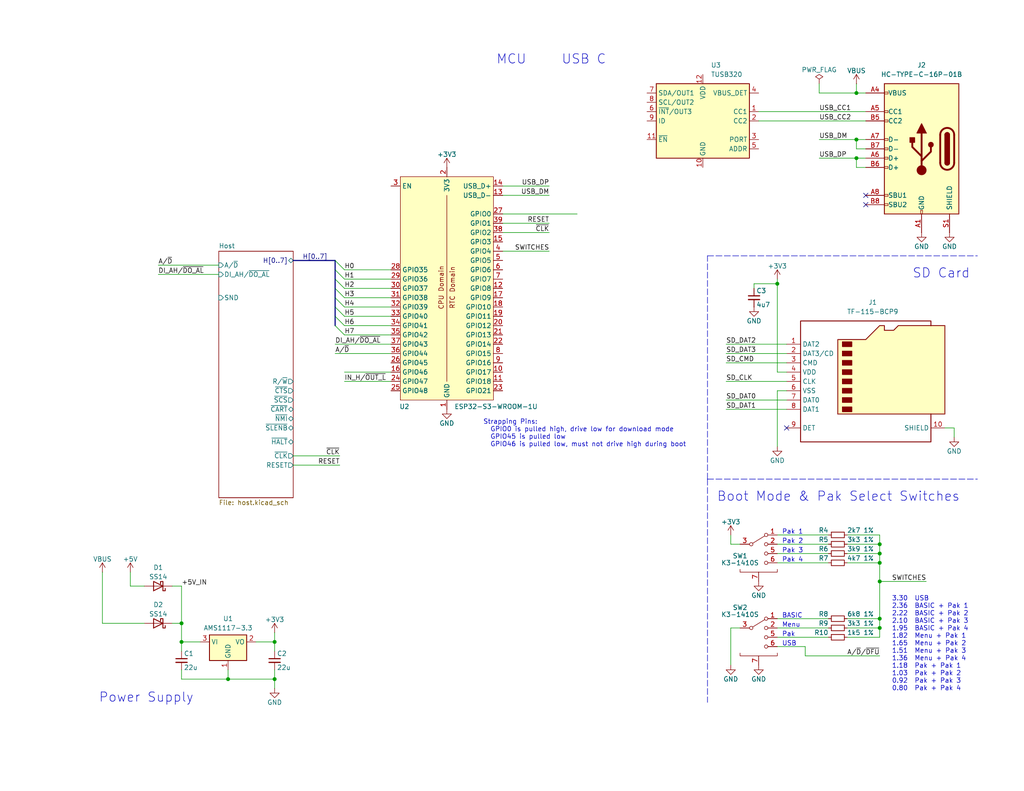
<source format=kicad_sch>
(kicad_sch (version 20231120) (generator "eeschema") (generator_version "8.0")
  (paper "USLetter")
  (title_block (title "CoCo Chameleon Cartridge Emulator") (date "2024-03-02") (rev "v0.2pre") (company "© 2023 Sam Hanes, licensed CERN-OHL-W v2") (comment 1 "https://github.com/elemecca/coco-chameleon"))
  (lib_symbols
    (symbol "0Project:ESP32-S3-WROOM-1U"
      (property "Reference" "U" (at -12.954 -32.258 0))
      (property "Value" "ESP32-S3-WROOM-1U" (at 0.762 -32.258 0))
      (symbol "ESP32-S3-WROOM-1U_1_1"
        (rectangle (start -12.7 30.48) (end 12.7 -30.48) (fill (type background)))
        (polyline (pts (xy 0 -25.4) (xy 0 25.4)))
        (text "CPU Domain" (at -1.524 0.254 900) (effects (font (size 1.27 1.27))))
        (text "RTC Domain" (at 1.524 0.254 900) (effects (font (size 1.27 1.27))))
        (pin power_in line (at 0 -33.02 90) (length 2.54) (name "GND") (number "1"))
        (pin tri_state line (at 15.24 -22.86 180) (length 2.54) (name "GPIO17") (number "10"))
        (pin tri_state line (at 15.24 -25.4 180) (length 2.54) (name "GPIO18") (number "11"))
        (pin tri_state line (at 15.24 0 180) (length 2.54) (name "GPIO8") (number "12"))
        (pin tri_state line (at 15.24 25.4 180) (length 2.54) (name "USB_D-") (number "13"))
        (pin tri_state line (at 15.24 27.94 180) (length 2.54) (name "USB_D+") (number "14"))
        (pin tri_state line (at 15.24 12.7 180) (length 2.54) (name "GPIO3") (number "15"))
        (pin tri_state line (at -15.24 -22.86 0) (length 2.54) (name "GPIO46") (number "16"))
        (pin tri_state line (at 15.24 -2.54 180) (length 2.54) (name "GPIO9") (number "17"))
        (pin tri_state line (at 15.24 -5.08 180) (length 2.54) (name "GPIO10") (number "18"))
        (pin tri_state line (at 15.24 -7.62 180) (length 2.54) (name "GPIO11") (number "19"))
        (pin power_in line (at 0 33.02 270) (length 2.54) (name "3V3") (number "2"))
        (pin tri_state line (at 15.24 -10.16 180) (length 2.54) (name "GPIO12") (number "20"))
        (pin tri_state line (at 15.24 -12.7 180) (length 2.54) (name "GPIO13") (number "21"))
        (pin tri_state line (at 15.24 -15.24 180) (length 2.54) (name "GPIO14") (number "22"))
        (pin tri_state line (at 15.24 -27.94 180) (length 2.54) (name "GPIO21") (number "23"))
        (pin tri_state line (at -15.24 -25.4 0) (length 2.54) (name "GPIO47") (number "24"))
        (pin tri_state line (at -15.24 -27.94 0) (length 2.54) (name "GPIO48") (number "25"))
        (pin tri_state line (at -15.24 -20.32 0) (length 2.54) (name "GPIO45") (number "26"))
        (pin tri_state line (at 15.24 20.32 180) (length 2.54) (name "GPIO0") (number "27"))
        (pin tri_state line (at -15.24 5.08 0) (length 2.54) (name "GPIO35") (number "28"))
        (pin tri_state line (at -15.24 2.54 0) (length 2.54) (name "GPIO36") (number "29"))
        (pin input line (at -15.24 27.94 0) (length 2.54) (name "EN") (number "3"))
        (pin tri_state line (at -15.24 0 0) (length 2.54) (name "GPIO37") (number "30"))
        (pin tri_state line (at -15.24 -2.54 0) (length 2.54) (name "GPIO38") (number "31"))
        (pin tri_state line (at -15.24 -5.08 0) (length 2.54) (name "GPIO39") (number "32"))
        (pin tri_state line (at -15.24 -7.62 0) (length 2.54) (name "GPIO40") (number "33"))
        (pin tri_state line (at -15.24 -10.16 0) (length 2.54) (name "GPIO41") (number "34"))
        (pin tri_state line (at -15.24 -12.7 0) (length 2.54) (name "GPIO42") (number "35"))
        (pin tri_state line (at -15.24 -17.78 0) (length 2.54) (name "GPIO44") (number "36"))
        (pin tri_state line (at -15.24 -15.24 0) (length 2.54) (name "GPIO43") (number "37"))
        (pin tri_state line (at 15.24 15.24 180) (length 2.54) (name "GPIO2") (number "38"))
        (pin tri_state line (at 15.24 17.78 180) (length 2.54) (name "GPIO1") (number "39"))
        (pin tri_state line (at 15.24 10.16 180) (length 2.54) (name "GPIO4") (number "4"))
        (pin passive line (at 0 -33.02 90) (length 2.54) hide (name "GND") (number "40"))
        (pin passive line (at 0 -33.02 90) (length 2.54) hide (name "GND") (number "41"))
        (pin tri_state line (at 15.24 7.62 180) (length 2.54) (name "GPIO5") (number "5"))
        (pin tri_state line (at 15.24 5.08 180) (length 2.54) (name "GPIO6") (number "6"))
        (pin tri_state line (at 15.24 2.54 180) (length 2.54) (name "GPIO7") (number "7"))
        (pin tri_state line (at 15.24 -17.78 180) (length 2.54) (name "GPIO15") (number "8"))
        (pin tri_state line (at 15.24 -20.32 180) (length 2.54) (name "GPIO16") (number "9"))
      )
    )
    (symbol "0Project:K3-1410S" (pin_names (offset 0) hide)
      (property "Reference" "SW" (at 0 6.985 0))
      (property "Value" "K3-1410S" (at 0 5.08 0))
      (symbol "K3-1410S_0_1"
        (circle (center -2.032 0) (radius 0.4572))
        (polyline (pts (xy -1.651 0.254) (xy 1.651 2.286)))
        (polyline (pts (xy 0 -7.62) (xy -5.08 -7.62) (xy -5.08 -6.858)))
        (polyline (pts (xy 0 -7.62) (xy 5.08 -7.62) (xy 5.08 -6.858)))
        (circle (center 2.032 -5.08) (radius 0.4572))
        (circle (center 2.032 -2.54) (radius 0.4572))
        (circle (center 2.032 0) (radius 0.4572))
        (circle (center 2.032 2.54) (radius 0.4572))
      )
      (symbol "K3-1410S_1_1"
        (pin passive line (at 5.08 2.54 180) (length 2.54) (name "1") (number "1"))
        (pin passive line (at 5.08 0 180) (length 2.54) (name "2") (number "2"))
        (pin passive line (at -5.08 0 0) (length 2.54) (name "COM") (number "3"))
        (pin passive line (at -5.08 0 0) (length 2.54) hide (name "COM") (number "4"))
        (pin passive line (at 5.08 -2.54 180) (length 2.54) (name "3") (number "5"))
        (pin passive line (at 5.08 -5.08 180) (length 2.54) (name "4") (number "6"))
        (pin passive line (at 0 -10.16 90) (length 2.54) (name "SHIELD") (number "7"))
      )
    )
    (symbol "Connector:Micro_SD_Card_Det1"
      (property "Reference" "J" (at -16.51 17.78 0))
      (property "Value" "Micro_SD_Card_Det1" (at 16.51 17.78 0))
      (symbol "Micro_SD_Card_Det1_0_1"
        (rectangle (start -7.62 -6.985) (end -5.08 -8.255) (stroke (width 0.254)) (fill (type outline)))
        (rectangle (start -7.62 -4.445) (end -5.08 -5.715) (stroke (width 0.254)) (fill (type outline)))
        (rectangle (start -7.62 -1.905) (end -5.08 -3.175) (stroke (width 0.254)) (fill (type outline)))
        (rectangle (start -7.62 0.635) (end -5.08 -0.635) (stroke (width 0.254)) (fill (type outline)))
        (rectangle (start -7.62 3.175) (end -5.08 1.905) (stroke (width 0.254)) (fill (type outline)))
        (rectangle (start -7.62 5.715) (end -5.08 4.445) (stroke (width 0.254)) (fill (type outline)))
        (rectangle (start -7.62 8.255) (end -5.08 6.985) (stroke (width 0.254)) (fill (type outline)))
        (rectangle (start -7.62 10.795) (end -5.08 9.525) (stroke (width 0.254)) (fill (type outline)))
        (polyline (pts (xy 16.51 15.24) (xy 16.51 16.51) (xy -19.05 16.51) (xy -19.05 -16.51) (xy 16.51 -16.51) (xy 16.51 -8.89)) (stroke (width 0.254)))
        (polyline (pts (xy -8.89 -8.89) (xy -8.89 11.43) (xy -1.27 11.43) (xy 2.54 15.24) (xy 3.81 15.24) (xy 3.81 13.97) (xy 6.35 13.97) (xy 7.62 15.24) (xy 20.32 15.24) (xy 20.32 -8.89) (xy -8.89 -8.89)) (stroke (width 0.254)) (fill (type background)))
      )
      (symbol "Micro_SD_Card_Det1_1_1"
        (pin bidirectional line (at -22.86 10.16 0) (length 3.81) (name "DAT2") (number "1"))
        (pin passive line (at 20.32 -12.7 180) (length 3.81) (name "SHIELD") (number "10"))
        (pin bidirectional line (at -22.86 7.62 0) (length 3.81) (name "DAT3/CD") (number "2"))
        (pin input line (at -22.86 5.08 0) (length 3.81) (name "CMD") (number "3"))
        (pin power_in line (at -22.86 2.54 0) (length 3.81) (name "VDD") (number "4"))
        (pin input line (at -22.86 0 0) (length 3.81) (name "CLK") (number "5"))
        (pin power_in line (at -22.86 -2.54 0) (length 3.81) (name "VSS") (number "6"))
        (pin bidirectional line (at -22.86 -5.08 0) (length 3.81) (name "DAT0") (number "7"))
        (pin bidirectional line (at -22.86 -7.62 0) (length 3.81) (name "DAT1") (number "8"))
        (pin passive line (at -22.86 -12.7 0) (length 3.81) (name "DET") (number "9"))
      )
    )
    (symbol "Connector:USB_C_Receptacle_USB2.0_16P" (pin_names (offset 1.016))
      (property "Reference" "J" (at 0 22.225 0))
      (property "Value" "USB_C_Receptacle_USB2.0_16P" (at 0 19.685 0))
      (symbol "USB_C_Receptacle_USB2.0_16P_0_0"
        (rectangle (start -0.254 -17.78) (end 0.254 -16.764))
        (rectangle (start 10.16 -14.986) (end 9.144 -15.494))
        (rectangle (start 10.16 -12.446) (end 9.144 -12.954))
        (rectangle (start 10.16 -4.826) (end 9.144 -5.334))
        (rectangle (start 10.16 -2.286) (end 9.144 -2.794))
        (rectangle (start 10.16 0.254) (end 9.144 -0.254))
        (rectangle (start 10.16 2.794) (end 9.144 2.286))
        (rectangle (start 10.16 7.874) (end 9.144 7.366))
        (rectangle (start 10.16 10.414) (end 9.144 9.906))
        (rectangle (start 10.16 15.494) (end 9.144 14.986))
      )
      (symbol "USB_C_Receptacle_USB2.0_16P_0_1"
        (rectangle (start -10.16 17.78) (end 10.16 -17.78) (stroke (width 0.254)) (fill (type background)))
        (arc (start -8.89 -3.81) (mid -6.985 -5.7067) (end -5.08 -3.81) (stroke (width 0.508)))
        (arc (start -7.62 -3.81) (mid -6.985 -4.4423) (end -6.35 -3.81) (stroke (width 0.254)))
        (arc (start -7.62 -3.81) (mid -6.985 -4.4423) (end -6.35 -3.81) (stroke (width 0.254)) (fill (type outline)))
        (rectangle (start -7.62 -3.81) (end -6.35 3.81) (stroke (width 0.254)) (fill (type outline)))
        (arc (start -6.35 3.81) (mid -6.985 4.4423) (end -7.62 3.81) (stroke (width 0.254)))
        (arc (start -6.35 3.81) (mid -6.985 4.4423) (end -7.62 3.81) (stroke (width 0.254)) (fill (type outline)))
        (arc (start -5.08 3.81) (mid -6.985 5.7067) (end -8.89 3.81) (stroke (width 0.508)))
        (circle (center -2.54 1.143) (radius 0.635) (stroke (width 0.254)) (fill (type outline)))
        (circle (center 0 -5.842) (radius 1.27) (fill (type outline)))
        (polyline (pts (xy -8.89 -3.81) (xy -8.89 3.81)) (stroke (width 0.508)))
        (polyline (pts (xy -5.08 3.81) (xy -5.08 -3.81)) (stroke (width 0.508)))
        (polyline (pts (xy 0 -5.842) (xy 0 4.318)) (stroke (width 0.508)))
        (polyline (pts (xy 0 -3.302) (xy -2.54 -0.762) (xy -2.54 0.508)) (stroke (width 0.508)))
        (polyline (pts (xy 0 -2.032) (xy 2.54 0.508) (xy 2.54 1.778)) (stroke (width 0.508)))
        (polyline (pts (xy -1.27 4.318) (xy 0 6.858) (xy 1.27 4.318) (xy -1.27 4.318)) (stroke (width 0.254)) (fill (type outline)))
        (rectangle (start 1.905 1.778) (end 3.175 3.048) (stroke (width 0.254)) (fill (type outline)))
      )
      (symbol "USB_C_Receptacle_USB2.0_16P_1_1"
        (pin passive line (at 0 -22.86 90) (length 5.08) (name "GND") (number "A1"))
        (pin passive line (at 0 -22.86 90) (length 5.08) hide (name "GND") (number "A12"))
        (pin passive line (at 15.24 15.24 180) (length 5.08) (name "VBUS") (number "A4"))
        (pin bidirectional line (at 15.24 10.16 180) (length 5.08) (name "CC1") (number "A5"))
        (pin bidirectional line (at 15.24 -2.54 180) (length 5.08) (name "D+") (number "A6"))
        (pin bidirectional line (at 15.24 2.54 180) (length 5.08) (name "D-") (number "A7"))
        (pin bidirectional line (at 15.24 -12.7 180) (length 5.08) (name "SBU1") (number "A8"))
        (pin passive line (at 15.24 15.24 180) (length 5.08) hide (name "VBUS") (number "A9"))
        (pin passive line (at 0 -22.86 90) (length 5.08) hide (name "GND") (number "B1"))
        (pin passive line (at 0 -22.86 90) (length 5.08) hide (name "GND") (number "B12"))
        (pin passive line (at 15.24 15.24 180) (length 5.08) hide (name "VBUS") (number "B4"))
        (pin bidirectional line (at 15.24 7.62 180) (length 5.08) (name "CC2") (number "B5"))
        (pin bidirectional line (at 15.24 -5.08 180) (length 5.08) (name "D+") (number "B6"))
        (pin bidirectional line (at 15.24 0 180) (length 5.08) (name "D-") (number "B7"))
        (pin bidirectional line (at 15.24 -15.24 180) (length 5.08) (name "SBU2") (number "B8"))
        (pin passive line (at 15.24 15.24 180) (length 5.08) hide (name "VBUS") (number "B9"))
        (pin passive line (at -7.62 -22.86 90) (length 5.08) (name "SHIELD") (number "S1"))
      )
    )
    (symbol "Device:C_Small" (pin_numbers hide) (pin_names (offset 0.254) hide)
      (property "Reference" "C" (at 0.254 1.778 0))
      (property "Value" "C_Small" (at 0.254 -2.032 0))
      (symbol "C_Small_0_1"
        (polyline (pts (xy -1.524 -0.508) (xy 1.524 -0.508)) (stroke (width 0.3302)))
        (polyline (pts (xy -1.524 0.508) (xy 1.524 0.508)) (stroke (width 0.3048)))
      )
      (symbol "C_Small_1_1"
        (pin passive line (at 0 2.54 270) (length 2.032) (name "~") (number "1"))
        (pin passive line (at 0 -2.54 90) (length 2.032) (name "~") (number "2"))
      )
    )
    (symbol "Device:D_Schottky" (pin_numbers hide) (pin_names (offset 1.016) hide)
      (property "Reference" "D" (at 0 2.54 0))
      (property "Value" "D_Schottky" (at 0 -2.54 0))
      (symbol "D_Schottky_0_1"
        (polyline (pts (xy 1.27 0) (xy -1.27 0)))
        (polyline (pts (xy 1.27 1.27) (xy 1.27 -1.27) (xy -1.27 0) (xy 1.27 1.27)) (stroke (width 0.254)))
        (polyline (pts (xy -1.905 0.635) (xy -1.905 1.27) (xy -1.27 1.27) (xy -1.27 -1.27) (xy -0.635 -1.27) (xy -0.635 -0.635)) (stroke (width 0.254)))
      )
      (symbol "D_Schottky_1_1"
        (pin passive line (at -3.81 0 0) (length 2.54) (name "K") (number "1"))
        (pin passive line (at 3.81 0 180) (length 2.54) (name "A") (number "2"))
      )
    )
    (symbol "Device:R_Small" (pin_numbers hide) (pin_names (offset 0.254) hide)
      (property "Reference" "R" (at 0.762 0.508 0))
      (property "Value" "R_Small" (at 0.762 -1.016 0))
      (symbol "R_Small_0_1"
        (rectangle (start -0.762 1.778) (end 0.762 -1.778) (stroke (width 0.2032)))
      )
      (symbol "R_Small_1_1"
        (pin passive line (at 0 2.54 270) (length 0.762) (name "~") (number "1"))
        (pin passive line (at 0 -2.54 90) (length 0.762) (name "~") (number "2"))
      )
    )
    (symbol "Interface_USB:TUSB320"
      (property "Reference" "U" (at -11.43 11.43 0))
      (property "Value" "TUSB320" (at 7.62 11.43 0))
      (symbol "TUSB320_0_1"
        (rectangle (start -12.7 10.16) (end 12.7 -10.16) (stroke (width 0.254)) (fill (type background)))
      )
      (symbol "TUSB320_1_1"
        (pin bidirectional line (at 15.24 2.54 180) (length 2.54) (name "CC1") (number "1"))
        (pin power_in line (at 0 -12.7 90) (length 2.54) (name "GND") (number "10"))
        (pin input line (at -15.24 -5.08 0) (length 2.54) (name "~{EN}") (number "11"))
        (pin power_in line (at 0 12.7 270) (length 2.54) (name "VDD") (number "12"))
        (pin bidirectional line (at 15.24 0 180) (length 2.54) (name "CC2") (number "2"))
        (pin input line (at 15.24 -5.08 180) (length 2.54) (name "PORT") (number "3"))
        (pin input line (at 15.24 7.62 180) (length 2.54) (name "VBUS_DET") (number "4"))
        (pin input line (at 15.24 -7.62 180) (length 2.54) (name "ADDR") (number "5"))
        (pin open_collector line (at -15.24 2.54 0) (length 2.54) (name "~{INT}/OUT3") (number "6"))
        (pin bidirectional line (at -15.24 7.62 0) (length 2.54) (name "SDA/OUT1") (number "7"))
        (pin bidirectional line (at -15.24 5.08 0) (length 2.54) (name "SCL/OUT2") (number "8"))
        (pin open_collector line (at -15.24 0 0) (length 2.54) (name "ID") (number "9"))
      )
    )
    (symbol "Regulator_Linear:AMS1117-3.3"
      (property "Reference" "U" (at -3.81 3.175 0))
      (property "Value" "AMS1117-3.3" (at 0 3.175 0))
      (symbol "AMS1117-3.3_0_1"
        (rectangle (start -5.08 -5.08) (end 5.08 1.905) (stroke (width 0.254)) (fill (type background)))
      )
      (symbol "AMS1117-3.3_1_1"
        (pin power_in line (at 0 -7.62 90) (length 2.54) (name "GND") (number "1"))
        (pin power_out line (at 7.62 0 180) (length 2.54) (name "VO") (number "2"))
        (pin power_in line (at -7.62 0 0) (length 2.54) (name "VI") (number "3"))
      )
    )
    (symbol "power:+3V3" (power) (pin_numbers hide) (pin_names (offset 0) hide)
      (property "Value" "+3V3" (at 0 3.556 0))
      (symbol "+3V3_0_1"
        (polyline (pts (xy -0.762 1.27) (xy 0 2.54)))
        (polyline (pts (xy 0 0) (xy 0 2.54)))
        (polyline (pts (xy 0 2.54) (xy 0.762 1.27)))
      )
      (symbol "+3V3_1_1"
        (pin power_in line (at 0 0 90) (length 0) (name "~") (number "1"))
      )
    )
    (symbol "power:+5V" (power) (pin_numbers hide) (pin_names (offset 0) hide)
      (property "Value" "+5V" (at 0 3.556 0))
      (symbol "+5V_0_1"
        (polyline (pts (xy -0.762 1.27) (xy 0 2.54)))
        (polyline (pts (xy 0 0) (xy 0 2.54)))
        (polyline (pts (xy 0 2.54) (xy 0.762 1.27)))
      )
      (symbol "+5V_1_1"
        (pin power_in line (at 0 0 90) (length 0) (name "~") (number "1"))
      )
    )
    (symbol "power:GND" (power) (pin_numbers hide) (pin_names (offset 0) hide)
      (property "Value" "GND" (at 0 -3.81 0))
      (symbol "GND_0_1"
        (polyline (pts (xy 0 0) (xy 0 -1.27) (xy 1.27 -1.27) (xy 0 -2.54) (xy -1.27 -1.27) (xy 0 -1.27)))
      )
      (symbol "GND_1_1"
        (pin power_in line (at 0 0 270) (length 0) (name "~") (number "1"))
      )
    )
    (symbol "power:PWR_FLAG" (power) (pin_numbers hide) (pin_names (offset 0) hide)
      (property "Value" "PWR_FLAG" (at 0 3.81 0))
      (symbol "PWR_FLAG_0_0"
        (pin power_out line (at 0 0 90) (length 0) (name "~") (number "1"))
      )
      (symbol "PWR_FLAG_0_1"
        (polyline (pts (xy 0 0) (xy 0 1.27) (xy -1.016 1.905) (xy 0 2.54) (xy 1.016 1.905) (xy 0 1.27)))
      )
    )
    (symbol "power:VBUS" (power) (pin_numbers hide) (pin_names (offset 0) hide)
      (property "Value" "VBUS" (at 0 3.556 0))
      (symbol "VBUS_0_1"
        (polyline (pts (xy -0.762 1.27) (xy 0 2.54)))
        (polyline (pts (xy 0 0) (xy 0 2.54)))
        (polyline (pts (xy 0 2.54) (xy 0.762 1.27)))
      )
      (symbol "VBUS_1_1"
        (pin power_in line (at 0 0 90) (length 0) (name "~") (number "1"))
      )
    )
  )
  (junction (at 233.68 25.4))
  (junction (at 240.03 168.91))
  (junction (at 49.53 175.26))
  (junction (at 62.23 185.42))
  (junction (at 74.93 175.26))
  (junction (at 212.09 77.47))
  (junction (at 240.03 171.45))
  (junction (at 240.03 158.75))
  (junction (at 74.93 185.42))
  (junction (at 240.03 148.59))
  (junction (at 240.03 151.13))
  (junction (at 240.03 153.67))
  (junction (at 233.68 38.1))
  (junction (at 233.68 43.18))
  (junction (at 49.53 170.18))
  (no_connect (at 236.22 53.34))
  (no_connect (at 236.22 55.88))
  (no_connect (at 214.63 116.84))
  (bus_entry (at 91.44 81.28) (size 2.54 2.54))
  (bus_entry (at 91.44 86.36) (size 2.54 2.54))
  (bus_entry (at 91.44 88.9) (size 2.54 2.54))
  (bus_entry (at 91.44 83.82) (size 2.54 2.54))
  (bus_entry (at 91.44 76.2) (size 2.54 2.54))
  (bus_entry (at 91.44 73.66) (size 2.54 2.54))
  (bus_entry (at 91.44 71.12) (size 2.54 2.54))
  (bus_entry (at 91.44 78.74) (size 2.54 2.54))
  (wire (pts (xy 49.53 182.88) (xy 49.53 185.42)))
  (wire (pts (xy 198.12 109.22) (xy 214.63 109.22)))
  (wire (pts (xy 219.71 179.07) (xy 240.03 179.07)))
  (wire (pts (xy 198.12 96.52) (xy 214.63 96.52)))
  (wire (pts (xy 49.53 160.02) (xy 49.53 170.18)))
  (wire (pts (xy 49.53 175.26) (xy 49.53 170.18)))
  (wire (pts (xy 214.63 106.68) (xy 212.09 106.68)))
  (wire (pts (xy 233.68 38.1) (xy 236.22 38.1)))
  (polyline (pts (xy 193.04 130.81) (xy 193.04 69.85)) (stroke (width 0) (type dash)))
  (bus (pts (xy 91.44 83.82) (xy 91.44 86.36)))
  (wire (pts (xy 240.03 158.75) (xy 252.73 158.75)))
  (wire (pts (xy 93.98 81.28) (xy 106.68 81.28)))
  (wire (pts (xy 236.22 40.64) (xy 233.68 40.64)))
  (wire (pts (xy 240.03 171.45) (xy 240.03 173.99)))
  (bus (pts (xy 91.44 86.36) (xy 91.44 88.9)))
  (wire (pts (xy 212.09 148.59) (xy 226.06 148.59)))
  (polyline (pts (xy 193.04 130.81) (xy 193.04 191.77)) (stroke (width 0) (type dash)))
  (wire (pts (xy 137.16 58.42) (xy 157.48 58.42)))
  (wire (pts (xy 137.16 53.34) (xy 149.86 53.34)))
  (wire (pts (xy 240.03 146.05) (xy 240.03 148.59)))
  (wire (pts (xy 49.53 175.26) (xy 49.53 177.8)))
  (wire (pts (xy 236.22 25.4) (xy 233.68 25.4)))
  (bus (pts (xy 91.44 76.2) (xy 91.44 78.74)))
  (bus (pts (xy 91.44 73.66) (xy 91.44 76.2)))
  (wire (pts (xy 240.03 158.75) (xy 240.03 168.91)))
  (wire (pts (xy 93.98 83.82) (xy 106.68 83.82)))
  (wire (pts (xy 212.09 153.67) (xy 226.06 153.67)))
  (wire (pts (xy 35.56 156.21) (xy 35.56 160.02)))
  (wire (pts (xy 223.52 43.18) (xy 233.68 43.18)))
  (wire (pts (xy 93.98 104.14) (xy 106.68 104.14)))
  (wire (pts (xy 62.23 185.42) (xy 74.93 185.42)))
  (wire (pts (xy 219.71 176.53) (xy 212.09 176.53)))
  (wire (pts (xy 49.53 185.42) (xy 62.23 185.42)))
  (wire (pts (xy 260.35 116.84) (xy 260.35 119.38)))
  (wire (pts (xy 212.09 171.45) (xy 226.06 171.45)))
  (wire (pts (xy 240.03 168.91) (xy 240.03 171.45)))
  (wire (pts (xy 212.09 173.99) (xy 226.06 173.99)))
  (wire (pts (xy 223.52 38.1) (xy 233.68 38.1)))
  (wire (pts (xy 231.14 153.67) (xy 240.03 153.67)))
  (bus (pts (xy 91.44 71.12) (xy 91.44 73.66)))
  (wire (pts (xy 201.93 148.59) (xy 199.39 148.59)))
  (wire (pts (xy 62.23 182.88) (xy 62.23 185.42)))
  (wire (pts (xy 198.12 93.98) (xy 214.63 93.98)))
  (wire (pts (xy 74.93 185.42) (xy 74.93 182.88)))
  (wire (pts (xy 74.93 185.42) (xy 74.93 187.96)))
  (wire (pts (xy 69.85 175.26) (xy 74.93 175.26)))
  (wire (pts (xy 233.68 43.18) (xy 236.22 43.18)))
  (bus (pts (xy 91.44 81.28) (xy 91.44 83.82)))
  (wire (pts (xy 93.98 101.6) (xy 106.68 101.6)))
  (wire (pts (xy 233.68 25.4) (xy 233.68 22.86)))
  (wire (pts (xy 198.12 104.14) (xy 214.63 104.14)))
  (wire (pts (xy 231.14 146.05) (xy 240.03 146.05)))
  (wire (pts (xy 198.12 99.06) (xy 214.63 99.06)))
  (wire (pts (xy 93.98 73.66) (xy 106.68 73.66)))
  (wire (pts (xy 198.12 111.76) (xy 214.63 111.76)))
  (wire (pts (xy 80.01 127) (xy 92.71 127)))
  (wire (pts (xy 223.52 22.86) (xy 223.52 25.4)))
  (wire (pts (xy 231.14 168.91) (xy 240.03 168.91)))
  (wire (pts (xy 212.09 76.2) (xy 212.09 77.47)))
  (wire (pts (xy 149.86 68.58) (xy 137.16 68.58)))
  (wire (pts (xy 137.16 50.8) (xy 149.86 50.8)))
  (wire (pts (xy 212.09 106.68) (xy 212.09 121.92)))
  (wire (pts (xy 49.53 170.18) (xy 46.99 170.18)))
  (wire (pts (xy 199.39 146.05) (xy 199.39 148.59)))
  (wire (pts (xy 93.98 86.36) (xy 106.68 86.36)))
  (wire (pts (xy 199.39 171.45) (xy 199.39 181.61)))
  (wire (pts (xy 91.44 96.52) (xy 106.68 96.52)))
  (wire (pts (xy 205.74 77.47) (xy 212.09 77.47)))
  (wire (pts (xy 199.39 171.45) (xy 201.93 171.45)))
  (wire (pts (xy 137.16 63.5) (xy 149.86 63.5)))
  (wire (pts (xy 91.44 93.98) (xy 106.68 93.98)))
  (wire (pts (xy 46.99 160.02) (xy 49.53 160.02)))
  (wire (pts (xy 219.71 179.07) (xy 219.71 176.53)))
  (wire (pts (xy 212.09 77.47) (xy 212.09 101.6)))
  (wire (pts (xy 233.68 38.1) (xy 233.68 40.64)))
  (wire (pts (xy 27.94 156.21) (xy 27.94 170.18)))
  (wire (pts (xy 214.63 101.6) (xy 212.09 101.6)))
  (wire (pts (xy 207.01 30.48) (xy 236.22 30.48)))
  (wire (pts (xy 231.14 148.59) (xy 240.03 148.59)))
  (wire (pts (xy 93.98 88.9) (xy 106.68 88.9)))
  (bus (pts (xy 91.44 78.74) (xy 91.44 81.28)))
  (wire (pts (xy 35.56 160.02) (xy 39.37 160.02)))
  (wire (pts (xy 231.14 151.13) (xy 240.03 151.13)))
  (wire (pts (xy 240.03 153.67) (xy 240.03 158.75)))
  (wire (pts (xy 231.14 171.45) (xy 240.03 171.45)))
  (wire (pts (xy 43.18 74.93) (xy 59.69 74.93)))
  (wire (pts (xy 27.94 170.18) (xy 39.37 170.18)))
  (polyline (pts (xy 193.04 69.85) (xy 266.7 69.85)) (stroke (width 0) (type dash)))
  (polyline (pts (xy 193.04 130.81) (xy 266.7 130.81)) (stroke (width 0) (type dash)))
  (wire (pts (xy 93.98 91.44) (xy 106.68 91.44)))
  (wire (pts (xy 212.09 151.13) (xy 226.06 151.13)))
  (wire (pts (xy 223.52 25.4) (xy 233.68 25.4)))
  (wire (pts (xy 207.01 33.02) (xy 236.22 33.02)))
  (wire (pts (xy 74.93 175.26) (xy 74.93 177.8)))
  (wire (pts (xy 212.09 168.91) (xy 226.06 168.91)))
  (wire (pts (xy 257.81 116.84) (xy 260.35 116.84)))
  (wire (pts (xy 43.18 72.39) (xy 59.69 72.39)))
  (wire (pts (xy 80.01 124.46) (xy 92.71 124.46)))
  (wire (pts (xy 54.61 175.26) (xy 49.53 175.26)))
  (wire (pts (xy 93.98 76.2) (xy 106.68 76.2)))
  (wire (pts (xy 233.68 45.72) (xy 233.68 43.18)))
  (wire (pts (xy 240.03 151.13) (xy 240.03 153.67)))
  (wire (pts (xy 205.74 78.74) (xy 205.74 77.47)))
  (wire (pts (xy 137.16 60.96) (xy 149.86 60.96)))
  (wire (pts (xy 240.03 148.59) (xy 240.03 151.13)))
  (wire (pts (xy 93.98 78.74) (xy 106.68 78.74)))
  (bus (pts (xy 80.01 71.12) (xy 91.44 71.12)))
  (wire (pts (xy 212.09 146.05) (xy 226.06 146.05)))
  (wire (pts (xy 74.93 175.26) (xy 74.93 172.72)))
  (wire (pts (xy 236.22 45.72) (xy 233.68 45.72)))
  (wire (pts (xy 231.14 173.99) (xy 240.03 173.99)))
  (text "SD Card" (at 248.92 76.2 0) (effects (font (size 2.54 2.54)) (justify left bottom)))
  (text "Pak" (at 213.36 173.99 0) (effects (font (size 1.27 1.27)) (justify left bottom)))
  (text "Pak 3" (at 213.36 151.13 0) (effects (font (size 1.27 1.27)) (justify left bottom)))
  (text "BASIC" (at 213.36 168.91 0) (effects (font (size 1.27 1.27)) (justify left bottom)))
  (text "3.30  USB\n2.36  BASIC + Pak 1\n2.22  BASIC + Pak 2\n2.10  BASIC + Pak 3\n1.95  BASIC + Pak 4\n1.82  Menu + Pak 1\n1.65  Menu + Pak 2\n1.51  Menu + Pak 3\n1.36  Menu + Pak 4\n1.18  Pak + Pak 1\n1.03  Pak + Pak 2\n0.92  Pak + Pak 3\n0.80  Pak + Pak 4" (at 243.332 175.768 0) (effects (font (size 1.27 1.27)) (justify left)))
  (text "Boot Mode & Pak Select Switches" (at 195.58 137.16 0) (effects (font (size 2.54 2.54)) (justify left bottom)))
  (text "MCU" (at 135.382 17.78 0) (effects (font (size 2.54 2.54)) (justify left bottom)))
  (text "Power Supply" (at 26.924 192.024 0) (effects (font (size 2.54 2.54)) (justify left bottom)))
  (text "USB" (at 213.36 176.53 0) (effects (font (size 1.27 1.27)) (justify left bottom)))
  (text "Pak 4" (at 213.36 153.67 0) (effects (font (size 1.27 1.27)) (justify left bottom)))
  (text "Pak 1" (at 213.36 146.05 0) (effects (font (size 1.27 1.27)) (justify left bottom)))
  (text "Strapping Pins:\n  GPIO0 is pulled high, drive low for download mode\n  GPIO45 is pulled low\n  GPIO46 is pulled low, must not drive high during boot\n  " (at 131.826 119.38 0) (effects (font (size 1.27 1.27)) (justify left)))
  (text "Menu" (at 213.36 171.45 0) (effects (font (size 1.27 1.27)) (justify left bottom)))
  (text "Pak 2" (at 213.36 148.59 0) (effects (font (size 1.27 1.27)) (justify left bottom)))
  (text "USB C" (at 153.162 17.78 0) (effects (font (size 2.54 2.54)) (justify left bottom)))
  (label "RESET" (at 149.86 60.96 180))
  (label "A{slash}~{D}" (at 91.44 96.52 0))
  (label "USB_DP" (at 149.86 50.8 180))
  (label "DI_AH{slash}~{DO_AL}" (at 91.44 93.98 0))
  (label "IN_H{slash}~{OUT_L}" (at 93.98 104.14 0))
  (label "H0" (at 93.98 73.66 0))
  (label "USB_DP" (at 223.52 43.18 0))
  (label "+5V_IN" (at 49.53 160.02 0))
  (label "USB_CC1" (at 223.52 30.48 0))
  (label "A{slash}~{D}{slash}~{DFU}" (at 240.03 179.07 180))
  (label "H5" (at 93.98 86.36 0))
  (label "SD_DAT0" (at 198.12 109.22 0))
  (label "DI_AH{slash}~{DO_AL}" (at 43.18 74.93 0))
  (label "~{CLK}" (at 92.71 124.46 180))
  (label "~{CLK}" (at 149.86 63.5 180))
  (label "A{slash}~{D}" (at 43.18 72.39 0))
  (label "H[0..7]" (at 82.55 71.12 0))
  (label "USB_DM" (at 223.52 38.1 0))
  (label "H3" (at 93.98 81.28 0))
  (label "H1" (at 93.98 76.2 0))
  (label "SD_CMD" (at 198.12 99.06 0))
  (label "RESET" (at 92.71 127 180))
  (label "SWITCHES" (at 149.86 68.58 180))
  (label "H7" (at 93.98 91.44 0))
  (label "SD_DAT1" (at 198.12 111.76 0))
  (label "H2" (at 93.98 78.74 0))
  (label "USB_CC2" (at 223.52 33.02 0))
  (label "SD_CLK" (at 198.12 104.14 0))
  (label "SD_DAT2" (at 198.12 93.98 0))
  (label "H6" (at 93.98 88.9 0))
  (label "SD_DAT3" (at 198.12 96.52 0))
  (label "SWITCHES" (at 252.73 158.75 180))
  (label "H4" (at 93.98 83.82 0))
  (label "USB_DM" (at 149.86 53.34 180))
  (symbol (lib_id "power:+3V3") (at 212.09 76.2 0) (unit 1)
    (property "Reference" "#PWR013" (effects (hide yes)))
    (property "Value" "+3V3" (at 212.09 72.644 0))
    (property "Description" "Power symbol creates a global label with name \"+3V3\"" (effects (hide yes)))
  )
  (symbol (lib_id "power:GND") (at 207.01 181.61 0) (unit 1)
    (property "Reference" "#PWR012" (effects (hide yes)))
    (property "Value" "GND" (at 207.01 185.42 0))
    (property "Description" "Power symbol creates a global label with name \"GND\" , ground" (effects (hide yes)))
  )
  (symbol (lib_id "power:+3V3") (at 74.93 172.72 0) (unit 1)
    (property "Reference" "#PWR03" (effects (hide yes)))
    (property "Value" "+3V3" (at 74.93 169.164 0))
    (property "Description" "Power symbol creates a global label with name \"+3V3\"" (effects (hide yes)))
  )
  (symbol (lib_id "Device:R_Small") (at 228.6 168.91 90) (unit 1)
    (property "Reference" "R8" (at 226.06 167.64 90) (effects (justify left)))
    (property "Value" "6k8 1%" (at 231.14 167.64 90) (effects (justify right)))
    (property "Footprint" "Resistor_SMD:R_0603_1608Metric" (effects (hide yes)))
  )
  (symbol (lib_id "power:+5V") (at 35.56 156.21 0) (unit 1)
    (property "Reference" "#PWR02" (effects (hide yes)))
    (property "Value" "+5V" (at 35.56 152.654 0))
    (property "Description" "Power symbol creates a global label with name \"+5V\"" (effects (hide yes)))
  )
  (symbol (lib_id "Regulator_Linear:AMS1117-3.3") (at 62.23 175.26 0) (unit 1)
    (property "Reference" "U1" (at 62.23 168.91 0))
    (property "Value" "AMS1117-3.3" (at 62.23 171.45 0))
    (property "Footprint" "Package_TO_SOT_SMD:SOT-223-3_TabPin2" (effects (hide yes)))
    (property "Datasheet" "http://www.advanced-monolithic.com/pdf/ds1117.pdf" (effects (hide yes)))
    (property "LCSC" "C6186" (effects (hide yes)))
  )
  (symbol (lib_id "power:+3V3") (at 199.39 146.05 0) (unit 1)
    (property "Reference" "#PWR08" (effects (hide yes)))
    (property "Value" "+3V3" (at 199.39 142.494 0))
    (property "Description" "Power symbol creates a global label with name \"+3V3\"" (effects (hide yes)))
  )
  (symbol (lib_id "power:GND") (at 199.39 181.61 0) (unit 1)
    (property "Reference" "#PWR09" (effects (hide yes)))
    (property "Value" "GND" (at 199.39 185.42 0))
    (property "Description" "Power symbol creates a global label with name \"GND\" , ground" (effects (hide yes)))
  )
  (symbol (lib_id "Device:D_Schottky") (at 43.18 170.18 180) (unit 1)
    (property "Reference" "D2" (at 43.18 165.1 0))
    (property "Value" "SS14" (at 43.18 167.64 0))
    (property "Footprint" "Diode_SMD:D_SMA" (effects (hide yes)))
    (property "Datasheet" "https://datasheet.lcsc.com/lcsc/2307121610_MDD-Microdiode-Electronics--SS14_C2480.pdf" (effects (hide yes)))
    (property "Sim.Device" "D" (effects (hide yes)))
    (property "Sim.Pins" "1=K 2=A" (effects (hide yes)))
    (property "LCSC" "C2480" (effects (hide yes)))
  )
  (symbol (lib_id "Interface_USB:TUSB320") (at 191.77 33.02 0) (unit 1)
    (property "Reference" "U3" (at 193.9641 17.78 0) (effects (justify left)))
    (property "Value" "TUSB320" (at 193.9641 20.32 0) (effects (justify left)))
    (property "Footprint" "Package_DFN_QFN:Texas_X2QFN-12_1.6x1.6mm_P0.4mm" (effects (hide yes)))
    (property "Datasheet" "http://www.ti.com/lit/ds/symlink/tusb320.pdf" (effects (hide yes)))
    (property "Description" "USB Type-C Configuration Channel Logic and Port Control, X2QFN-12" (effects (hide yes)))
  )
  (symbol (lib_id "power:GND") (at 207.01 158.75 0) (unit 1)
    (property "Reference" "#PWR011" (effects (hide yes)))
    (property "Value" "GND" (at 207.01 162.56 0))
    (property "Description" "Power symbol creates a global label with name \"GND\" , ground" (effects (hide yes)))
  )
  (symbol (lib_id "power:VBUS") (at 27.94 156.21 0) (unit 1)
    (property "Reference" "#PWR01" (effects (hide yes)))
    (property "Value" "VBUS" (at 27.94 152.654 0))
    (property "Description" "Power symbol creates a global label with name \"VBUS\"" (effects (hide yes)))
  )
  (symbol (lib_id "0Project:K3-1410S") (at 207.01 148.59 0) (unit 1)
    (property "Reference" "SW1" (at 201.93 151.765 0))
    (property "Value" "K3-1410S" (at 201.93 153.67 0))
    (property "Footprint" "0Project:K3-1410S" (effects (hide yes)))
    (property "Datasheet" "https://datasheet.lcsc.com/lcsc/2108131730_Korean-Hroparts-Elec-K3-1410S_C145846.pdf" (effects (hide yes)))
    (property "LCSC" "C145846" (effects (hide yes)))
  )
  (symbol (lib_id "0Project:K3-1410S") (at 207.01 171.45 0) (unit 1)
    (property "Reference" "SW2" (at 201.93 165.862 0))
    (property "Value" "K3-1410S" (at 201.93 167.767 0))
    (property "Footprint" "0Project:K3-1410S" (effects (hide yes)))
    (property "Datasheet" "https://datasheet.lcsc.com/lcsc/2108131730_Korean-Hroparts-Elec-K3-1410S_C145846.pdf" (effects (hide yes)))
    (property "LCSC" "C145846" (effects (hide yes)))
  )
  (symbol (lib_id "power:GND") (at 121.92 111.76 0) (unit 1)
    (property "Reference" "#PWR06" (effects (hide yes)))
    (property "Value" "GND" (at 121.92 115.57 0))
    (property "Description" "Power symbol creates a global label with name \"GND\" , ground" (effects (hide yes)))
  )
  (symbol (lib_id "power:GND") (at 74.93 187.96 0) (unit 1)
    (property "Reference" "#PWR04" (effects (hide yes)))
    (property "Value" "GND" (at 74.93 191.77 0))
    (property "Description" "Power symbol creates a global label with name \"GND\" , ground" (effects (hide yes)))
  )
  (symbol (lib_id "Device:C_Small") (at 49.53 180.34 0) (unit 1)
    (property "Reference" "C1" (at 50.165 178.435 0) (effects (justify left)))
    (property "Value" "22u" (at 50.165 182.245 0) (effects (justify left)))
    (property "Footprint" "Capacitor_SMD:C_1206_3216Metric" (effects (hide yes)))
  )
  (symbol (lib_id "power:GND") (at 260.35 119.38 0) (unit 1)
    (property "Reference" "#PWR018" (effects (hide yes)))
    (property "Value" "GND" (at 260.35 123.19 0))
    (property "Description" "Power symbol creates a global label with name \"GND\" , ground" (effects (hide yes)))
  )
  (symbol (lib_id "Device:R_Small") (at 228.6 173.99 90) (unit 1)
    (property "Reference" "R10" (at 226.06 172.72 90) (effects (justify left)))
    (property "Value" "1k5 1%" (at 231.14 172.72 90) (effects (justify right)))
    (property "Footprint" "Resistor_SMD:R_0603_1608Metric" (effects (hide yes)))
  )
  (symbol (lib_id "Device:C_Small") (at 205.74 81.28 0) (unit 1)
    (property "Reference" "C3" (at 206.375 79.375 0) (effects (justify left)))
    (property "Value" "4u7" (at 206.375 83.185 0) (effects (justify left)))
    (property "Footprint" "Capacitor_SMD:C_0603_1608Metric" (effects (hide yes)))
  )
  (symbol (lib_id "Device:C_Small") (at 74.93 180.34 0) (unit 1)
    (property "Reference" "C2" (at 75.565 178.435 0) (effects (justify left)))
    (property "Value" "22u" (at 75.565 182.245 0) (effects (justify left)))
    (property "Footprint" "Capacitor_SMD:C_1206_3216Metric" (effects (hide yes)))
  )
  (symbol (lib_id "Device:R_Small") (at 228.6 153.67 90) (unit 1)
    (property "Reference" "R7" (at 226.06 152.4 90) (effects (justify left)))
    (property "Value" "4k7 1%" (at 231.14 152.4 90) (effects (justify right)))
    (property "Footprint" "Resistor_SMD:R_0603_1608Metric" (effects (hide yes)))
  )
  (symbol (lib_id "power:GND") (at 259.08 63.5 0) (unit 1)
    (property "Reference" "#PWR017" (effects (hide yes)))
    (property "Value" "GND" (at 259.08 67.31 0))
    (property "Description" "Power symbol creates a global label with name \"GND\" , ground" (effects (hide yes)))
  )
  (symbol (lib_id "Device:R_Small") (at 228.6 151.13 90) (unit 1)
    (property "Reference" "R6" (at 226.06 149.86 90) (effects (justify left)))
    (property "Value" "3k9 1%" (at 231.14 149.86 90) (effects (justify right)))
    (property "Footprint" "Resistor_SMD:R_0603_1608Metric" (effects (hide yes)))
  )
  (symbol (lib_id "Device:D_Schottky") (at 43.18 160.02 180) (unit 1)
    (property "Reference" "D1" (at 43.18 154.94 0))
    (property "Value" "SS14" (at 43.18 157.48 0))
    (property "Footprint" "Diode_SMD:D_SMA" (effects (hide yes)))
    (property "Datasheet" "https://datasheet.lcsc.com/lcsc/2307121610_MDD-Microdiode-Electronics--SS14_C2480.pdf" (effects (hide yes)))
    (property "Sim.Device" "D" (effects (hide yes)))
    (property "Sim.Pins" "1=K 2=A" (effects (hide yes)))
    (property "LCSC" "C2480" (effects (hide yes)))
  )
  (symbol (lib_id "Device:R_Small") (at 228.6 148.59 90) (unit 1)
    (property "Reference" "R5" (at 226.06 147.32 90) (effects (justify left)))
    (property "Value" "3k3 1%" (at 231.14 147.32 90) (effects (justify right)))
    (property "Footprint" "Resistor_SMD:R_0603_1608Metric" (effects (hide yes)))
  )
  (symbol (lib_id "Connector:Micro_SD_Card_Det1") (at 237.49 104.14 0) (unit 1)
    (property "Reference" "J1" (at 238.125 82.55 0))
    (property "Value" "TF-115-BCP9" (at 238.125 85.09 0))
    (property "Footprint" "0Project:XUNPU_TF-115-BCP9" (effects (hide yes)))
    (property "Datasheet" "https://datasheet.lcsc.com/lcsc/2109061830_XUNPU-TF-115-BCP9_C720505.pdf" (effects (hide yes)))
    (property "LCSC" "C720505" (effects (hide yes)))
  )
  (symbol (lib_id "power:+3V3") (at 121.92 45.72 0) (unit 1)
    (property "Reference" "#PWR05" (effects (hide yes)))
    (property "Value" "+3V3" (at 121.92 42.164 0))
    (property "Description" "Power symbol creates a global label with name \"+3V3\"" (effects (hide yes)))
  )
  (symbol (lib_id "power:GND") (at 251.46 63.5 0) (unit 1)
    (property "Reference" "#PWR016" (effects (hide yes)))
    (property "Value" "GND" (at 251.46 67.31 0))
    (property "Description" "Power symbol creates a global label with name \"GND\" , ground" (effects (hide yes)))
  )
  (symbol (lib_id "power:GND") (at 205.74 83.82 0) (unit 1)
    (property "Reference" "#PWR010" (effects (hide yes)))
    (property "Value" "GND" (at 205.74 87.63 0))
    (property "Description" "Power symbol creates a global label with name \"GND\" , ground" (effects (hide yes)))
  )
  (symbol (lib_id "0Project:ESP32-S3-WROOM-1U") (at 121.92 78.74 0) (unit 1)
    (property "Reference" "U2" (at 108.966 110.998 0) (effects (justify left)))
    (property "Value" "ESP32-S3-WROOM-1U" (at 123.952 110.998 0) (effects (justify left)))
    (property "Footprint" "RF_Module:ESP32-S3-WROOM-1U" (effects (hide yes)))
    (property "Datasheet" "https://www.espressif.com/sites/default/files/documentation/esp32-s3-wroom-1_wroom-1u_datasheet_en.pdf" (effects (hide yes)))
    (property "Description" "RF Module, ESP32-S3 SoC, Wi-Fi 802.11b/g/n, Bluetooth, BLE, 32-bit, 3.3V, SMD, external antenna" (effects (hide yes)))
  )
  (symbol (lib_id "power:GND") (at 212.09 121.92 0) (unit 1)
    (property "Reference" "#PWR014" (effects (hide yes)))
    (property "Value" "GND" (at 212.09 125.73 0))
    (property "Description" "Power symbol creates a global label with name \"GND\" , ground" (effects (hide yes)))
  )
  (symbol (lib_id "power:PWR_FLAG") (at 223.52 22.86 0) (unit 1)
    (property "Reference" "#FLG01" (effects (hide yes)))
    (property "Value" "PWR_FLAG" (at 223.52 19.05 0))
    (property "Description" "Special symbol for telling ERC where power comes from" (effects (hide yes)))
  )
  (symbol (lib_id "Device:R_Small") (at 228.6 171.45 90) (unit 1)
    (property "Reference" "R9" (at 226.06 170.18 90) (effects (justify left)))
    (property "Value" "3k3 1%" (at 231.14 170.18 90) (effects (justify right)))
    (property "Footprint" "Resistor_SMD:R_0603_1608Metric" (effects (hide yes)))
  )
  (symbol (lib_id "Connector:USB_C_Receptacle_USB2.0_16P") (at 251.46 40.64 0) (mirror y) (unit 1)
    (property "Reference" "J2" (at 251.46 17.78 0))
    (property "Value" "HC-TYPE-C-16P-01B" (at 251.46 20.32 0))
    (property "Footprint" "0Project:HC-TYPE-C-16P-01B" (effects (hide yes)))
    (property "Datasheet" "https://datasheet.lcsc.com/lcsc/2211161000_HCTL-HC-TYPE-C-16P-01B_C2894898.pdf" (effects (hide yes)))
    (property "LCSC" "C2894898" (effects (hide yes)))
  )
  (symbol (lib_id "Device:R_Small") (at 228.6 146.05 90) (unit 1)
    (property "Reference" "R4" (at 226.06 144.78 90) (effects (justify left)))
    (property "Value" "2k7 1%" (at 231.14 144.78 90) (effects (justify right)))
    (property "Footprint" "Resistor_SMD:R_0603_1608Metric" (effects (hide yes)))
  )
  (symbol (lib_id "power:VBUS") (at 233.68 22.86 0) (unit 1)
    (property "Reference" "#PWR015" (effects (hide yes)))
    (property "Value" "VBUS" (at 233.68 19.304 0))
    (property "Description" "Power symbol creates a global label with name \"VBUS\"" (effects (hide yes)))
  )
  (sheet (at 59.69 68.58) (size 20.32 67.31) (stroke (width 0.1524))
    (property "Sheetname" "Host" (at 59.69 67.8684 0) (effects (justify left bottom)))
    (property "Sheetfile" "host.kicad_sch" (at 59.69 136.4746 0) (effects (justify left top)))
    (pin "RESET" output (at 80.01 127 0))
    (pin "~{CLK}" output (at 80.01 124.46 0))
    (pin "~{HALT}" bidirectional (at 80.01 120.65 0))
    (pin "~{NMI}" bidirectional (at 80.01 114.3 0))
    (pin "~{SLENB}" bidirectional (at 80.01 116.84 0))
    (pin "~{CTS}" output (at 80.01 106.68 0))
    (pin "~{CART}" bidirectional (at 80.01 111.76 0))
    (pin "R{slash}~{W}" output (at 80.01 104.14 0))
    (pin "~{SCS}" output (at 80.01 109.22 0))
    (pin "SND" input (at 59.69 81.28 180))
    (pin "A{slash}~{D}" input (at 59.69 72.39 180))
    (pin "H[0..7]" tri_state (at 80.01 71.12 0))
    (pin "DI_AH{slash}~{DO_AL}" input (at 59.69 74.93 180))
  )
)
</source>
